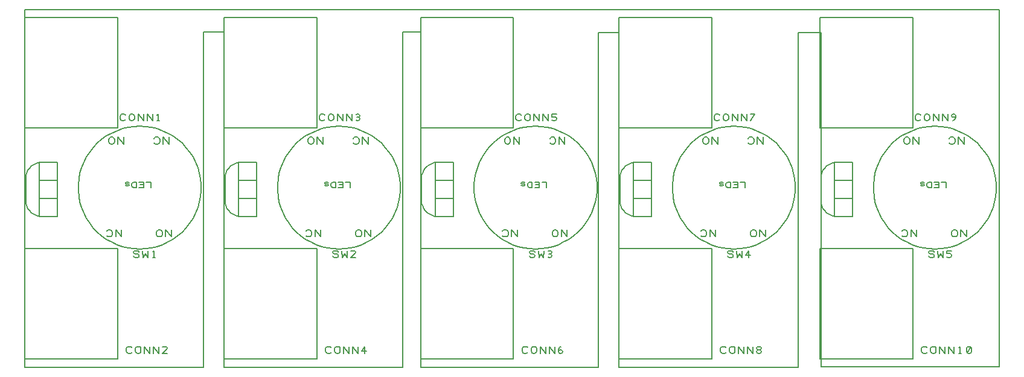
<source format=gbr>
%FSLAX23Y23*%
%MOIN*%
%ADD10C,0.00500*%
X000Y000D02*
D02*
D10*
X003Y662D02*
Y052D01*
X515*
Y662*
X003*
Y1937D02*
Y1327D01*
X515*
Y1937*
X003*
X003Y1982D02*
X5383D01*
Y007*
X4398*
Y1853*
X4273*
Y003*
X3283*
Y1853*
X3168*
Y003*
X2188*
Y1857*
X2088*
Y003*
X1103*
Y1857*
X988*
Y003*
X003*
Y1982*
X083Y838D02*
Y938D01*
X183*
Y838*
X083*
Y938D02*
Y1038D01*
X183*
Y938*
X083*
Y1038D02*
Y1138D01*
X183*
Y1038*
X083*
X098Y838D02*
X082Y839D01*
X067Y843*
X053Y850*
X040Y859*
X029Y870*
X020Y882*
X013Y897*
X009Y912*
X008Y927*
Y1048*
X009Y1063*
X013Y1078*
X020Y1093*
X029Y1105*
X040Y1116*
X053Y1125*
X067Y1132*
X082Y1136*
X098Y1138*
X559Y1373D02*
X556Y1370D01*
X550Y1367*
X540*
X534Y1370*
X531Y1373*
X528Y1379*
Y1392*
X531Y1398*
X534Y1401*
X540Y1404*
X550*
X556Y1401*
X559Y1398*
X578Y1379D02*
Y1392D01*
X581Y1398*
X584Y1401*
X590Y1404*
X597*
X603Y1401*
X606Y1398*
X609Y1392*
Y1379*
X606Y1373*
X603Y1370*
X597Y1367*
X590*
X584Y1370*
X581Y1373*
X578Y1379*
X628Y1367D02*
Y1404D01*
X659Y1367*
Y1404*
X678Y1367D02*
Y1404D01*
X709Y1367*
Y1404*
X734Y1367D02*
X747D01*
X740D02*
Y1404D01*
X734Y1398*
X536Y763D02*
Y726D01*
X505Y763*
Y726*
X455Y757D02*
X458Y760D01*
X464Y763*
X473*
X480Y760*
X483Y757*
X486Y751*
Y738*
X483Y732*
X480Y729*
X473Y726*
X464*
X458Y729*
X455Y732*
X548Y1276D02*
Y1238D01*
X517Y1276*
Y1238*
X498Y1263D02*
Y1251D01*
X495Y1244*
X492Y1241*
X486Y1238*
X480*
X473Y1241*
X470Y1244*
X467Y1251*
Y1263*
X470Y1269*
X473Y1273*
X480Y1276*
X486*
X492Y1273*
X495Y1269*
X498Y1263*
X594Y088D02*
X591Y085D01*
X585Y082*
X575*
X569Y085*
X566Y088*
X563Y094*
Y107*
X566Y113*
X569Y116*
X575Y119*
X585*
X591Y116*
X594Y113*
X613Y094D02*
Y107D01*
X616Y113*
X619Y116*
X625Y119*
X632*
X638Y116*
X641Y113*
X644Y107*
Y094*
X641Y088*
X638Y085*
X632Y082*
X625*
X619Y085*
X616Y088*
X613Y094*
X663Y082D02*
Y119D01*
X694Y082*
Y119*
X713Y082D02*
Y119D01*
X744Y082*
Y119*
X788Y082D02*
X763D01*
X785Y104*
X788Y110*
X785Y116*
X778Y119*
X769*
X763Y116*
X603Y621D02*
X606Y615D01*
X612Y612*
X625*
X631Y615*
X634Y621*
X631Y627*
X625Y631*
X612*
X606Y634*
X603Y640*
X606Y646*
X612Y649*
X625*
X631Y646*
X634Y640*
X653Y649D02*
X656Y612D01*
X668Y631*
X681Y612*
X684Y649*
X709Y612D02*
X722D01*
X715D02*
Y649D01*
X709Y643*
X637Y658D02*
X669Y660D01*
X701Y664*
X733Y672*
X763Y682*
X792Y696*
X820Y712*
X847Y731*
X871Y752*
X893Y775*
X913Y800*
X931Y828*
X946Y856*
X958Y886*
X967Y917*
X973Y949*
X976Y981*
X976Y1013*
X973Y1046*
X967Y1077*
X958Y1108*
X946Y1138*
X931Y1167*
X913Y1194*
X893Y1219*
X871Y1243*
X847Y1264*
X820Y1283*
X793Y1299*
X763Y1312*
X733Y1323*
X701Y1330*
X669Y1335*
X637Y1337*
X605Y1335*
X573Y1331*
X541Y1323*
X511Y1312*
X482Y1299*
X454Y1283*
X427Y1264*
X403Y1243*
X381Y1220*
X361Y1194*
X343Y1167*
X328Y1138*
X316Y1108*
X307Y1077*
X301Y1046*
X298Y1014*
X298Y981*
X301Y949*
X307Y917*
X316Y886*
X328Y856*
X343Y828*
X361Y801*
X380Y775*
X403Y752*
X427Y731*
X453Y712*
X481Y696*
X511Y682*
X541Y672*
X573Y664*
X605Y660*
X637Y658*
X698Y998D02*
Y1028D01*
X673*
X658D02*
Y998D01*
X633*
X638Y1013D02*
X658D01*
Y1028D02*
X633D01*
X618D02*
Y998D01*
X603*
X598Y1000*
X596Y1002*
X593Y1008*
Y1018*
X596Y1023*
X598Y1025*
X603Y1028*
X618*
X578Y1025D02*
X573Y1028D01*
X563*
X558Y1025*
Y1020*
X563Y1018*
X573*
X578Y1015*
Y1010*
X573Y1008*
X563*
X558Y1010*
X798Y1276D02*
Y1238D01*
X767Y1276*
Y1238*
X717Y1269D02*
X720Y1273D01*
X727Y1276*
X736*
X742Y1273*
X745Y1269*
X748Y1263*
Y1251*
X745Y1244*
X742Y1241*
X736Y1238*
X727*
X720Y1241*
X717Y1244*
X811Y763D02*
Y726D01*
X780Y763*
Y726*
X761Y751D02*
Y738D01*
X758Y732*
X755Y729*
X748Y726*
X742*
X736Y729*
X733Y732*
X730Y738*
Y751*
X733Y757*
X736Y760*
X742Y763*
X748*
X755Y760*
X758Y757*
X761Y751*
X1103Y662D02*
Y052D01*
X1615*
Y662*
X1103*
Y1937D02*
Y1327D01*
X1615*
Y1937*
X1103*
X1183Y838D02*
Y938D01*
X1283*
Y838*
X1183*
Y938D02*
Y1038D01*
X1283*
Y938*
X1183*
Y1038D02*
Y1138D01*
X1283*
Y1038*
X1183*
X1198Y838D02*
X1182Y839D01*
X1167Y843*
X1153Y850*
X1140Y859*
X1129Y870*
X1120Y882*
X1113Y897*
X1109Y912*
X1108Y927*
Y1048*
X1109Y1063*
X1113Y1078*
X1120Y1093*
X1129Y1105*
X1140Y1116*
X1153Y1125*
X1167Y1132*
X1182Y1136*
X1198Y1138*
X1659Y1373D02*
X1656Y1370D01*
X1650Y1367*
X1640*
X1634Y1370*
X1631Y1373*
X1628Y1379*
Y1392*
X1631Y1398*
X1634Y1401*
X1640Y1404*
X1650*
X1656Y1401*
X1659Y1398*
X1678Y1379D02*
Y1392D01*
X1681Y1398*
X1684Y1401*
X1690Y1404*
X1697*
X1703Y1401*
X1706Y1398*
X1709Y1392*
Y1379*
X1706Y1373*
X1703Y1370*
X1697Y1367*
X1690*
X1684Y1370*
X1681Y1373*
X1678Y1379*
X1728Y1367D02*
Y1404D01*
X1759Y1367*
Y1404*
X1778Y1367D02*
Y1404D01*
X1809Y1367*
Y1404*
X1831Y1370D02*
X1837Y1367D01*
X1843*
X1850Y1370*
X1853Y1376*
X1850Y1383*
X1843Y1386*
X1837*
X1843D02*
X1850Y1389D01*
X1853Y1395*
X1850Y1401*
X1843Y1404*
X1837*
X1831Y1401*
X1636Y763D02*
Y726D01*
X1605Y763*
Y726*
X1555Y757D02*
X1558Y760D01*
X1564Y763*
X1573*
X1580Y760*
X1583Y757*
X1586Y751*
Y738*
X1583Y732*
X1580Y729*
X1573Y726*
X1564*
X1558Y729*
X1555Y732*
X1648Y1276D02*
Y1238D01*
X1617Y1276*
Y1238*
X1598Y1263D02*
Y1251D01*
X1595Y1244*
X1592Y1241*
X1586Y1238*
X1580*
X1573Y1241*
X1570Y1244*
X1567Y1251*
Y1263*
X1570Y1269*
X1573Y1273*
X1580Y1276*
X1586*
X1592Y1273*
X1595Y1269*
X1598Y1263*
X1694Y088D02*
X1691Y085D01*
X1685Y082*
X1675*
X1669Y085*
X1666Y088*
X1663Y094*
Y107*
X1666Y113*
X1669Y116*
X1675Y119*
X1685*
X1691Y116*
X1694Y113*
X1713Y094D02*
Y107D01*
X1716Y113*
X1719Y116*
X1725Y119*
X1732*
X1738Y116*
X1741Y113*
X1744Y107*
Y094*
X1741Y088*
X1738Y085*
X1732Y082*
X1725*
X1719Y085*
X1716Y088*
X1713Y094*
X1763Y082D02*
Y119D01*
X1794Y082*
Y119*
X1813Y082D02*
Y119D01*
X1844Y082*
Y119*
X1878Y082D02*
Y119D01*
X1863Y094*
X1888*
X1703Y621D02*
X1706Y615D01*
X1712Y612*
X1725*
X1731Y615*
X1734Y621*
X1731Y627*
X1725Y631*
X1712*
X1706Y634*
X1703Y640*
X1706Y646*
X1712Y649*
X1725*
X1731Y646*
X1734Y640*
X1753Y649D02*
X1756Y612D01*
X1768Y631*
X1781Y612*
X1784Y649*
X1828Y612D02*
X1803D01*
X1825Y634*
X1828Y640*
X1825Y646*
X1818Y649*
X1809*
X1803Y646*
X1737Y658D02*
X1769Y660D01*
X1801Y664*
X1833Y672*
X1863Y682*
X1892Y696*
X1920Y712*
X1947Y731*
X1971Y752*
X1993Y775*
X2013Y800*
X2031Y828*
X2046Y856*
X2058Y886*
X2067Y917*
X2073Y949*
X2076Y981*
X2076Y1013*
X2073Y1046*
X2067Y1077*
X2058Y1108*
X2046Y1138*
X2031Y1167*
X2013Y1194*
X1993Y1219*
X1971Y1243*
X1947Y1264*
X1920Y1283*
X1893Y1299*
X1863Y1312*
X1833Y1323*
X1801Y1330*
X1769Y1335*
X1737Y1337*
X1705Y1335*
X1673Y1331*
X1641Y1323*
X1611Y1312*
X1582Y1299*
X1554Y1283*
X1527Y1264*
X1503Y1243*
X1481Y1220*
X1461Y1194*
X1443Y1167*
X1428Y1138*
X1416Y1108*
X1407Y1077*
X1401Y1046*
X1398Y1014*
X1398Y981*
X1401Y949*
X1407Y917*
X1416Y886*
X1428Y856*
X1443Y828*
X1461Y801*
X1480Y775*
X1503Y752*
X1527Y731*
X1553Y712*
X1581Y696*
X1611Y682*
X1641Y672*
X1673Y664*
X1705Y660*
X1737Y658*
X1798Y998D02*
Y1028D01*
X1773*
X1758D02*
Y998D01*
X1733*
X1738Y1013D02*
X1758D01*
Y1028D02*
X1733D01*
X1718D02*
Y998D01*
X1703*
X1698Y1000*
X1696Y1002*
X1693Y1008*
Y1018*
X1696Y1023*
X1698Y1025*
X1703Y1028*
X1718*
X1678Y1025D02*
X1673Y1028D01*
X1663*
X1658Y1025*
Y1020*
X1663Y1018*
X1673*
X1678Y1015*
Y1010*
X1673Y1008*
X1663*
X1658Y1010*
X1898Y1276D02*
Y1238D01*
X1867Y1276*
Y1238*
X1817Y1269D02*
X1820Y1273D01*
X1827Y1276*
X1836*
X1842Y1273*
X1845Y1269*
X1848Y1263*
Y1251*
X1845Y1244*
X1842Y1241*
X1836Y1238*
X1827*
X1820Y1241*
X1817Y1244*
X1911Y763D02*
Y726D01*
X1880Y763*
Y726*
X1861Y751D02*
Y738D01*
X1858Y732*
X1855Y729*
X1848Y726*
X1842*
X1836Y729*
X1833Y732*
X1830Y738*
Y751*
X1833Y757*
X1836Y760*
X1842Y763*
X1848*
X1855Y760*
X1858Y757*
X1861Y751*
X2188Y662D02*
Y052D01*
X2700*
Y662*
X2188*
Y1937D02*
Y1327D01*
X2700*
Y1937*
X2188*
X2268Y838D02*
Y938D01*
X2368*
Y838*
X2268*
Y938D02*
Y1038D01*
X2368*
Y938*
X2268*
Y1038D02*
Y1138D01*
X2368*
Y1038*
X2268*
X2283Y838D02*
X2267Y839D01*
X2252Y843*
X2238Y850*
X2225Y859*
X2214Y870*
X2205Y882*
X2198Y897*
X2194Y912*
X2193Y927*
Y1048*
X2194Y1063*
X2198Y1078*
X2205Y1093*
X2214Y1105*
X2225Y1116*
X2238Y1125*
X2252Y1132*
X2267Y1136*
X2283Y1138*
X2744Y1373D02*
X2741Y1370D01*
X2735Y1367*
X2725*
X2719Y1370*
X2716Y1373*
X2713Y1379*
Y1392*
X2716Y1398*
X2719Y1401*
X2725Y1404*
X2735*
X2741Y1401*
X2744Y1398*
X2763Y1379D02*
Y1392D01*
X2766Y1398*
X2769Y1401*
X2775Y1404*
X2782*
X2788Y1401*
X2791Y1398*
X2794Y1392*
Y1379*
X2791Y1373*
X2788Y1370*
X2782Y1367*
X2775*
X2769Y1370*
X2766Y1373*
X2763Y1379*
X2813Y1367D02*
Y1404D01*
X2844Y1367*
Y1404*
X2863Y1367D02*
Y1404D01*
X2894Y1367*
Y1404*
X2913Y1370D02*
X2919Y1367D01*
X2928*
X2935Y1370*
X2938Y1376*
Y1379*
X2935Y1386*
X2928Y1389*
X2913*
Y1404*
X2938*
X2721Y763D02*
Y726D01*
X2690Y763*
Y726*
X2640Y757D02*
X2643Y760D01*
X2649Y763*
X2658*
X2665Y760*
X2668Y757*
X2671Y751*
Y738*
X2668Y732*
X2665Y729*
X2658Y726*
X2649*
X2643Y729*
X2640Y732*
X2733Y1276D02*
Y1238D01*
X2702Y1276*
Y1238*
X2683Y1263D02*
Y1251D01*
X2680Y1244*
X2677Y1241*
X2671Y1238*
X2665*
X2658Y1241*
X2655Y1244*
X2652Y1251*
Y1263*
X2655Y1269*
X2658Y1273*
X2665Y1276*
X2671*
X2677Y1273*
X2680Y1269*
X2683Y1263*
X2779Y088D02*
X2776Y085D01*
X2770Y082*
X2760*
X2754Y085*
X2751Y088*
X2748Y094*
Y107*
X2751Y113*
X2754Y116*
X2760Y119*
X2770*
X2776Y116*
X2779Y113*
X2798Y094D02*
Y107D01*
X2801Y113*
X2804Y116*
X2810Y119*
X2817*
X2823Y116*
X2826Y113*
X2829Y107*
Y094*
X2826Y088*
X2823Y085*
X2817Y082*
X2810*
X2804Y085*
X2801Y088*
X2798Y094*
X2848Y082D02*
Y119D01*
X2879Y082*
Y119*
X2898Y082D02*
Y119D01*
X2929Y082*
Y119*
X2948Y091D02*
X2951Y098D01*
X2957Y101*
X2963*
X2970Y098*
X2973Y091*
X2970Y085*
X2963Y082*
X2957*
X2951Y085*
X2948Y091*
Y101*
X2951Y110*
X2957Y116*
X2963Y119*
X2788Y621D02*
X2791Y615D01*
X2797Y612*
X2810*
X2816Y615*
X2819Y621*
X2816Y627*
X2810Y631*
X2797*
X2791Y634*
X2788Y640*
X2791Y646*
X2797Y649*
X2810*
X2816Y646*
X2819Y640*
X2838Y649D02*
X2841Y612D01*
X2853Y631*
X2866Y612*
X2869Y649*
X2891Y615D02*
X2897Y612D01*
X2903*
X2910Y615*
X2913Y621*
X2910Y627*
X2903Y631*
X2897*
X2903D02*
X2910Y634D01*
X2913Y640*
X2910Y646*
X2903Y649*
X2897*
X2891Y646*
X2822Y658D02*
X2854Y660D01*
X2886Y664*
X2918Y672*
X2948Y682*
X2977Y696*
X3005Y712*
X3032Y731*
X3056Y752*
X3078Y775*
X3098Y800*
X3116Y828*
X3131Y856*
X3143Y886*
X3152Y917*
X3158Y949*
X3161Y981*
X3161Y1013*
X3158Y1046*
X3152Y1077*
X3143Y1108*
X3131Y1138*
X3116Y1167*
X3098Y1194*
X3078Y1219*
X3056Y1243*
X3032Y1264*
X3005Y1283*
X2978Y1299*
X2948Y1312*
X2918Y1323*
X2886Y1330*
X2854Y1335*
X2822Y1337*
X2790Y1335*
X2758Y1331*
X2726Y1323*
X2696Y1312*
X2667Y1299*
X2639Y1283*
X2612Y1264*
X2588Y1243*
X2566Y1220*
X2546Y1194*
X2528Y1167*
X2513Y1138*
X2501Y1108*
X2492Y1077*
X2486Y1046*
X2483Y1014*
X2483Y981*
X2486Y949*
X2492Y917*
X2501Y886*
X2513Y856*
X2528Y828*
X2546Y801*
X2565Y775*
X2588Y752*
X2612Y731*
X2638Y712*
X2666Y696*
X2696Y682*
X2726Y672*
X2758Y664*
X2790Y660*
X2822Y658*
X2883Y998D02*
Y1028D01*
X2858*
X2843D02*
Y998D01*
X2818*
X2823Y1013D02*
X2843D01*
Y1028D02*
X2818D01*
X2803D02*
Y998D01*
X2788*
X2783Y1000*
X2781Y1002*
X2778Y1008*
Y1018*
X2781Y1023*
X2783Y1025*
X2788Y1028*
X2803*
X2763Y1025D02*
X2758Y1028D01*
X2748*
X2743Y1025*
Y1020*
X2748Y1018*
X2758*
X2763Y1015*
Y1010*
X2758Y1008*
X2748*
X2743Y1010*
X2983Y1276D02*
Y1238D01*
X2952Y1276*
Y1238*
X2902Y1269D02*
X2905Y1273D01*
X2912Y1276*
X2921*
X2927Y1273*
X2930Y1269*
X2933Y1263*
Y1251*
X2930Y1244*
X2927Y1241*
X2921Y1238*
X2912*
X2905Y1241*
X2902Y1244*
X2996Y763D02*
Y726D01*
X2965Y763*
Y726*
X2946Y751D02*
Y738D01*
X2943Y732*
X2940Y729*
X2933Y726*
X2927*
X2921Y729*
X2918Y732*
X2915Y738*
Y751*
X2918Y757*
X2921Y760*
X2927Y763*
X2933*
X2940Y760*
X2943Y757*
X2946Y751*
X3283Y662D02*
Y052D01*
X3795*
Y662*
X3283*
Y1937D02*
Y1327D01*
X3795*
Y1937*
X3283*
X3363Y838D02*
Y938D01*
X3463*
Y838*
X3363*
Y938D02*
Y1038D01*
X3463*
Y938*
X3363*
Y1038D02*
Y1138D01*
X3463*
Y1038*
X3363*
X3378Y838D02*
X3362Y839D01*
X3347Y843*
X3333Y850*
X3320Y859*
X3309Y870*
X3300Y882*
X3293Y897*
X3289Y912*
X3288Y927*
Y1048*
X3289Y1063*
X3293Y1078*
X3300Y1093*
X3309Y1105*
X3320Y1116*
X3333Y1125*
X3347Y1132*
X3362Y1136*
X3378Y1138*
X3839Y1373D02*
X3836Y1370D01*
X3830Y1367*
X3820*
X3814Y1370*
X3811Y1373*
X3808Y1379*
Y1392*
X3811Y1398*
X3814Y1401*
X3820Y1404*
X3830*
X3836Y1401*
X3839Y1398*
X3858Y1379D02*
Y1392D01*
X3861Y1398*
X3864Y1401*
X3870Y1404*
X3877*
X3883Y1401*
X3886Y1398*
X3889Y1392*
Y1379*
X3886Y1373*
X3883Y1370*
X3877Y1367*
X3870*
X3864Y1370*
X3861Y1373*
X3858Y1379*
X3908Y1367D02*
Y1404D01*
X3939Y1367*
Y1404*
X3958Y1367D02*
Y1404D01*
X3989Y1367*
Y1404*
X4008Y1367D02*
X4033Y1404D01*
X4008*
X3816Y763D02*
Y726D01*
X3785Y763*
Y726*
X3735Y757D02*
X3738Y760D01*
X3744Y763*
X3753*
X3760Y760*
X3763Y757*
X3766Y751*
Y738*
X3763Y732*
X3760Y729*
X3753Y726*
X3744*
X3738Y729*
X3735Y732*
X3828Y1276D02*
Y1238D01*
X3797Y1276*
Y1238*
X3778Y1263D02*
Y1251D01*
X3775Y1244*
X3772Y1241*
X3766Y1238*
X3760*
X3753Y1241*
X3750Y1244*
X3747Y1251*
Y1263*
X3750Y1269*
X3753Y1273*
X3760Y1276*
X3766*
X3772Y1273*
X3775Y1269*
X3778Y1263*
X3874Y088D02*
X3871Y085D01*
X3865Y082*
X3855*
X3849Y085*
X3846Y088*
X3843Y094*
Y107*
X3846Y113*
X3849Y116*
X3855Y119*
X3865*
X3871Y116*
X3874Y113*
X3893Y094D02*
Y107D01*
X3896Y113*
X3899Y116*
X3905Y119*
X3912*
X3918Y116*
X3921Y113*
X3924Y107*
Y094*
X3921Y088*
X3918Y085*
X3912Y082*
X3905*
X3899Y085*
X3896Y088*
X3893Y094*
X3943Y082D02*
Y119D01*
X3974Y082*
Y119*
X3993Y082D02*
Y119D01*
X4024Y082*
Y119*
X4052Y101D02*
X4058D01*
X4065Y104*
X4068Y110*
X4065Y116*
X4058Y119*
X4052*
X4046Y116*
X4043Y110*
X4046Y104*
X4052Y101*
X4046Y098*
X4043Y091*
X4046Y085*
X4052Y082*
X4058*
X4065Y085*
X4068Y091*
X4065Y098*
X4058Y101*
X3883Y621D02*
X3886Y615D01*
X3892Y612*
X3905*
X3911Y615*
X3914Y621*
X3911Y627*
X3905Y631*
X3892*
X3886Y634*
X3883Y640*
X3886Y646*
X3892Y649*
X3905*
X3911Y646*
X3914Y640*
X3933Y649D02*
X3936Y612D01*
X3948Y631*
X3961Y612*
X3964Y649*
X3998Y612D02*
Y649D01*
X3983Y624*
X4008*
X3917Y658D02*
X3949Y660D01*
X3981Y664*
X4013Y672*
X4043Y682*
X4072Y696*
X4100Y712*
X4127Y731*
X4151Y752*
X4173Y775*
X4193Y800*
X4211Y828*
X4226Y856*
X4238Y886*
X4247Y917*
X4253Y949*
X4256Y981*
X4256Y1013*
X4253Y1046*
X4247Y1077*
X4238Y1108*
X4226Y1138*
X4211Y1167*
X4193Y1194*
X4173Y1219*
X4151Y1243*
X4127Y1264*
X4100Y1283*
X4073Y1299*
X4043Y1312*
X4013Y1323*
X3981Y1330*
X3949Y1335*
X3917Y1337*
X3885Y1335*
X3853Y1331*
X3821Y1323*
X3791Y1312*
X3762Y1299*
X3734Y1283*
X3707Y1264*
X3683Y1243*
X3661Y1220*
X3641Y1194*
X3623Y1167*
X3608Y1138*
X3596Y1108*
X3587Y1077*
X3581Y1046*
X3578Y1014*
X3578Y981*
X3581Y949*
X3587Y917*
X3596Y886*
X3608Y856*
X3623Y828*
X3641Y801*
X3660Y775*
X3683Y752*
X3707Y731*
X3733Y712*
X3761Y696*
X3791Y682*
X3821Y672*
X3853Y664*
X3885Y660*
X3917Y658*
X3978Y998D02*
Y1028D01*
X3953*
X3938D02*
Y998D01*
X3913*
X3918Y1013D02*
X3938D01*
Y1028D02*
X3913D01*
X3898D02*
Y998D01*
X3883*
X3878Y1000*
X3876Y1002*
X3873Y1008*
Y1018*
X3876Y1023*
X3878Y1025*
X3883Y1028*
X3898*
X3858Y1025D02*
X3853Y1028D01*
X3843*
X3838Y1025*
Y1020*
X3843Y1018*
X3853*
X3858Y1015*
Y1010*
X3853Y1008*
X3843*
X3838Y1010*
X4078Y1276D02*
Y1238D01*
X4047Y1276*
Y1238*
X3997Y1269D02*
X4000Y1273D01*
X4007Y1276*
X4016*
X4022Y1273*
X4025Y1269*
X4028Y1263*
Y1251*
X4025Y1244*
X4022Y1241*
X4016Y1238*
X4007*
X4000Y1241*
X3997Y1244*
X4091Y763D02*
Y726D01*
X4060Y763*
Y726*
X4041Y751D02*
Y738D01*
X4038Y732*
X4035Y729*
X4028Y726*
X4022*
X4016Y729*
X4013Y732*
X4010Y738*
Y751*
X4013Y757*
X4016Y760*
X4022Y763*
X4028*
X4035Y760*
X4038Y757*
X4041Y751*
X4393Y662D02*
Y052D01*
X4905*
Y662*
X4393*
Y1937D02*
Y1327D01*
X4905*
Y1937*
X4393*
X4473Y838D02*
Y938D01*
X4573*
Y838*
X4473*
Y938D02*
Y1038D01*
X4573*
Y938*
X4473*
Y1038D02*
Y1138D01*
X4573*
Y1038*
X4473*
X4488Y838D02*
X4472Y839D01*
X4457Y843*
X4443Y850*
X4430Y859*
X4419Y870*
X4410Y882*
X4403Y897*
X4399Y912*
X4398Y927*
Y1048*
X4399Y1063*
X4403Y1078*
X4410Y1093*
X4419Y1105*
X4430Y1116*
X4443Y1125*
X4457Y1132*
X4472Y1136*
X4488Y1138*
X4949Y1373D02*
X4946Y1370D01*
X4940Y1367*
X4930*
X4924Y1370*
X4921Y1373*
X4918Y1379*
Y1392*
X4921Y1398*
X4924Y1401*
X4930Y1404*
X4940*
X4946Y1401*
X4949Y1398*
X4968Y1379D02*
Y1392D01*
X4971Y1398*
X4974Y1401*
X4980Y1404*
X4987*
X4993Y1401*
X4996Y1398*
X4999Y1392*
Y1379*
X4996Y1373*
X4993Y1370*
X4987Y1367*
X4980*
X4974Y1370*
X4971Y1373*
X4968Y1379*
X5018Y1367D02*
Y1404D01*
X5049Y1367*
Y1404*
X5068Y1367D02*
Y1404D01*
X5099Y1367*
Y1404*
X5127Y1367D02*
X5133Y1370D01*
X5140Y1376*
X5143Y1386*
Y1395*
X5140Y1401*
X5133Y1404*
X5127*
X5121Y1401*
X5118Y1395*
X5121Y1389*
X5127Y1386*
X5133*
X5140Y1389*
X5143Y1395*
X4926Y763D02*
Y726D01*
X4895Y763*
Y726*
X4845Y757D02*
X4848Y760D01*
X4854Y763*
X4863*
X4870Y760*
X4873Y757*
X4876Y751*
Y738*
X4873Y732*
X4870Y729*
X4863Y726*
X4854*
X4848Y729*
X4845Y732*
X4938Y1276D02*
Y1238D01*
X4907Y1276*
Y1238*
X4888Y1263D02*
Y1251D01*
X4885Y1244*
X4882Y1241*
X4876Y1238*
X4870*
X4863Y1241*
X4860Y1244*
X4857Y1251*
Y1263*
X4860Y1269*
X4863Y1273*
X4870Y1276*
X4876*
X4882Y1273*
X4885Y1269*
X4888Y1263*
X4984Y088D02*
X4981Y085D01*
X4975Y082*
X4965*
X4959Y085*
X4956Y088*
X4953Y094*
Y107*
X4956Y113*
X4959Y116*
X4965Y119*
X4975*
X4981Y116*
X4984Y113*
X5003Y094D02*
Y107D01*
X5006Y113*
X5009Y116*
X5015Y119*
X5022*
X5028Y116*
X5031Y113*
X5034Y107*
Y094*
X5031Y088*
X5028Y085*
X5022Y082*
X5015*
X5009Y085*
X5006Y088*
X5003Y094*
X5053Y082D02*
Y119D01*
X5084Y082*
Y119*
X5103Y082D02*
Y119D01*
X5134Y082*
Y119*
X5159Y082D02*
X5172D01*
X5165D02*
Y119D01*
X5159Y113*
X5206Y085D02*
X5212Y082D01*
X5218*
X5225Y085*
X5228Y091*
Y110*
X5225Y116*
X5218Y119*
X5212*
X5206Y116*
X5203Y110*
Y091*
X5206Y085*
X5225Y116*
X4993Y621D02*
X4996Y615D01*
X5002Y612*
X5015*
X5021Y615*
X5024Y621*
X5021Y627*
X5015Y631*
X5002*
X4996Y634*
X4993Y640*
X4996Y646*
X5002Y649*
X5015*
X5021Y646*
X5024Y640*
X5043Y649D02*
X5046Y612D01*
X5058Y631*
X5071Y612*
X5074Y649*
X5093Y615D02*
X5099Y612D01*
X5108*
X5115Y615*
X5118Y621*
Y624*
X5115Y631*
X5108Y634*
X5093*
Y649*
X5118*
X5027Y658D02*
X5059Y660D01*
X5091Y664*
X5123Y672*
X5153Y682*
X5182Y696*
X5210Y712*
X5237Y731*
X5261Y752*
X5283Y775*
X5303Y800*
X5321Y828*
X5336Y856*
X5348Y886*
X5357Y917*
X5363Y949*
X5366Y981*
X5366Y1013*
X5363Y1046*
X5357Y1077*
X5348Y1108*
X5336Y1138*
X5321Y1167*
X5303Y1194*
X5283Y1219*
X5261Y1243*
X5237Y1264*
X5210Y1283*
X5183Y1299*
X5153Y1312*
X5123Y1323*
X5091Y1330*
X5059Y1335*
X5027Y1337*
X4995Y1335*
X4963Y1331*
X4931Y1323*
X4901Y1312*
X4872Y1299*
X4844Y1283*
X4817Y1264*
X4793Y1243*
X4771Y1220*
X4751Y1194*
X4733Y1167*
X4718Y1138*
X4706Y1108*
X4697Y1077*
X4691Y1046*
X4688Y1014*
X4688Y981*
X4691Y949*
X4697Y917*
X4706Y886*
X4718Y856*
X4733Y828*
X4751Y801*
X4770Y775*
X4793Y752*
X4817Y731*
X4843Y712*
X4871Y696*
X4901Y682*
X4931Y672*
X4963Y664*
X4995Y660*
X5027Y658*
X5088Y998D02*
Y1028D01*
X5063*
X5048D02*
Y998D01*
X5023*
X5028Y1013D02*
X5048D01*
Y1028D02*
X5023D01*
X5008D02*
Y998D01*
X4993*
X4988Y1000*
X4986Y1002*
X4983Y1008*
Y1018*
X4986Y1023*
X4988Y1025*
X4993Y1028*
X5008*
X4968Y1025D02*
X4963Y1028D01*
X4953*
X4948Y1025*
Y1020*
X4953Y1018*
X4963*
X4968Y1015*
Y1010*
X4963Y1008*
X4953*
X4948Y1010*
X5188Y1276D02*
Y1238D01*
X5157Y1276*
Y1238*
X5107Y1269D02*
X5110Y1273D01*
X5117Y1276*
X5126*
X5132Y1273*
X5135Y1269*
X5138Y1263*
Y1251*
X5135Y1244*
X5132Y1241*
X5126Y1238*
X5117*
X5110Y1241*
X5107Y1244*
X5201Y763D02*
Y726D01*
X5170Y763*
Y726*
X5151Y751D02*
Y738D01*
X5148Y732*
X5145Y729*
X5138Y726*
X5132*
X5126Y729*
X5123Y732*
X5120Y738*
Y751*
X5123Y757*
X5126Y760*
X5132Y763*
X5138*
X5145Y760*
X5148Y757*
X5151Y751*
X000Y000D02*
M02*

</source>
